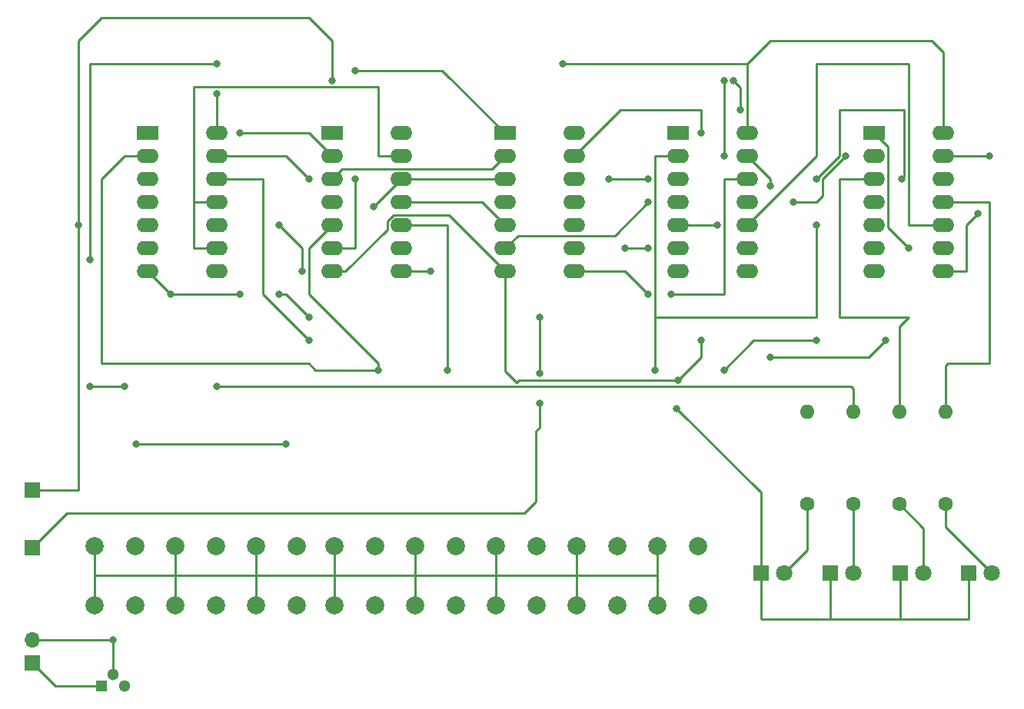
<source format=gbr>
%TF.GenerationSoftware,KiCad,Pcbnew,7.0.9*%
%TF.CreationDate,2023-12-29T15:51:12+11:00*%
%TF.ProjectId,cpu,6370752e-6b69-4636-9164-5f7063625858,rev?*%
%TF.SameCoordinates,Original*%
%TF.FileFunction,Copper,L2,Bot*%
%TF.FilePolarity,Positive*%
%FSLAX46Y46*%
G04 Gerber Fmt 4.6, Leading zero omitted, Abs format (unit mm)*
G04 Created by KiCad (PCBNEW 7.0.9) date 2023-12-29 15:51:12*
%MOMM*%
%LPD*%
G01*
G04 APERTURE LIST*
%TA.AperFunction,ComponentPad*%
%ADD10C,1.600000*%
%TD*%
%TA.AperFunction,ComponentPad*%
%ADD11O,1.600000X1.600000*%
%TD*%
%TA.AperFunction,ComponentPad*%
%ADD12C,2.000000*%
%TD*%
%TA.AperFunction,ComponentPad*%
%ADD13R,1.800000X1.800000*%
%TD*%
%TA.AperFunction,ComponentPad*%
%ADD14C,1.800000*%
%TD*%
%TA.AperFunction,ComponentPad*%
%ADD15R,2.400000X1.600000*%
%TD*%
%TA.AperFunction,ComponentPad*%
%ADD16O,2.400000X1.600000*%
%TD*%
%TA.AperFunction,ComponentPad*%
%ADD17R,1.700000X1.700000*%
%TD*%
%TA.AperFunction,ComponentPad*%
%ADD18O,1.700000X1.700000*%
%TD*%
%TA.AperFunction,ComponentPad*%
%ADD19R,1.300000X1.300000*%
%TD*%
%TA.AperFunction,ComponentPad*%
%ADD20C,1.300000*%
%TD*%
%TA.AperFunction,ViaPad*%
%ADD21C,0.800000*%
%TD*%
%TA.AperFunction,Conductor*%
%ADD22C,0.250000*%
%TD*%
G04 APERTURE END LIST*
D10*
%TO.P,R3,1*%
%TO.N,Net-(D3-A)*%
X166624000Y-132334000D03*
D11*
%TO.P,R3,2*%
%TO.N,Net-(R3-Pad2)*%
X166624000Y-122174000D03*
%TD*%
D12*
%TO.P,SW8,2,B*%
%TO.N,Net-(SW8-B)*%
X144454000Y-143458000D03*
X144454000Y-136958000D03*
%TO.P,SW8,1,A*%
%TO.N,Net-(SW1-A)*%
X139954000Y-143458000D03*
X139954000Y-136958000D03*
%TD*%
%TO.P,SW7,2,B*%
%TO.N,Net-(SW7-B)*%
X135564000Y-143458000D03*
X135564000Y-136958000D03*
%TO.P,SW7,1,A*%
%TO.N,Net-(SW1-A)*%
X131064000Y-143458000D03*
X131064000Y-136958000D03*
%TD*%
%TO.P,SW6,1,A*%
%TO.N,Net-(SW1-A)*%
X122174000Y-136958000D03*
X122174000Y-143458000D03*
%TO.P,SW6,2,B*%
%TO.N,Net-(SW6-B)*%
X126674000Y-136958000D03*
X126674000Y-143458000D03*
%TD*%
%TO.P,SW5,2,B*%
%TO.N,Net-(SW5-B)*%
X117784000Y-143458000D03*
X117784000Y-136958000D03*
%TO.P,SW5,1,A*%
%TO.N,Net-(SW1-A)*%
X113284000Y-143458000D03*
X113284000Y-136958000D03*
%TD*%
%TO.P,SW4,1,A*%
%TO.N,Net-(SW1-A)*%
X104394000Y-136958000D03*
X104394000Y-143458000D03*
%TO.P,SW4,2,B*%
%TO.N,Net-(SW4-B)*%
X108894000Y-136958000D03*
X108894000Y-143458000D03*
%TD*%
%TO.P,SW3,1,A*%
%TO.N,Net-(SW1-A)*%
X95794000Y-136958000D03*
X95794000Y-143458000D03*
%TO.P,SW3,2,B*%
%TO.N,Net-(SW3-B)*%
X100294000Y-136958000D03*
X100294000Y-143458000D03*
%TD*%
%TO.P,SW2,1,A*%
%TO.N,Net-(SW1-A)*%
X86904000Y-136958000D03*
X86904000Y-143458000D03*
%TO.P,SW2,2,B*%
%TO.N,Net-(SW2-B)*%
X91404000Y-136958000D03*
X91404000Y-143458000D03*
%TD*%
%TO.P,SW1,1,A*%
%TO.N,Net-(SW1-A)*%
X78014000Y-136958000D03*
X78014000Y-143458000D03*
%TO.P,SW1,2,B*%
%TO.N,Net-(SW1-B)*%
X82514000Y-136958000D03*
X82514000Y-143458000D03*
%TD*%
D13*
%TO.P,D2,1,K*%
%TO.N,Net-(BT1--)*%
X159004000Y-139954000D03*
D14*
%TO.P,D2,2,A*%
%TO.N,Net-(D2-A)*%
X161544000Y-139954000D03*
%TD*%
D15*
%TO.P,U4,1*%
%TO.N,Net-(SW3-B)*%
X142240000Y-91440000D03*
D16*
%TO.P,U4,2*%
%TO.N,Net-(SW7-B)*%
X142240000Y-93980000D03*
%TO.P,U4,3*%
%TO.N,Net-(U3-Pad9)*%
X142240000Y-96520000D03*
%TO.P,U4,4*%
%TO.N,Net-(U3-Pad6)*%
X142240000Y-99060000D03*
%TO.P,U4,5*%
%TO.N,Net-(U4-Pad5)*%
X142240000Y-101600000D03*
%TO.P,U4,6*%
%TO.N,Net-(U3-Pad10)*%
X142240000Y-104140000D03*
%TO.P,U4,7,GND*%
%TO.N,Net-(BT1--)*%
X142240000Y-106680000D03*
%TO.P,U4,8*%
%TO.N,Net-(U3-Pad12)*%
X149860000Y-106680000D03*
%TO.P,U4,9*%
%TO.N,Net-(SW4-B)*%
X149860000Y-104140000D03*
%TO.P,U4,10*%
%TO.N,Net-(SW8-B)*%
X149860000Y-101600000D03*
%TO.P,U4,11*%
%TO.N,Net-(U3-Pad13)*%
X149860000Y-99060000D03*
%TO.P,U4,12*%
%TO.N,Net-(U3-Pad8)*%
X149860000Y-96520000D03*
%TO.P,U4,13*%
%TO.N,Net-(U4-Pad13)*%
X149860000Y-93980000D03*
%TO.P,U4,14,VCC*%
%TO.N,Net-(SW1-A)*%
X149860000Y-91440000D03*
%TD*%
D17*
%TO.P,J2,1,Pin_1*%
%TO.N,Net-(J2-Pin_1)*%
X71120000Y-137160000D03*
%TD*%
D15*
%TO.P,U5,1*%
%TO.N,Net-(U3-Pad6)*%
X163840000Y-91435000D03*
D16*
%TO.P,U5,2*%
%TO.N,Net-(U4-Pad5)*%
X163840000Y-93975000D03*
%TO.P,U5,3*%
%TO.N,Net-(R3-Pad2)*%
X163840000Y-96515000D03*
%TO.P,U5,4*%
%TO.N,Net-(SW3-B)*%
X163840000Y-99055000D03*
%TO.P,U5,5*%
%TO.N,Net-(SW7-B)*%
X163840000Y-101595000D03*
%TO.P,U5,6*%
%TO.N,Net-(U4-Pad5)*%
X163840000Y-104135000D03*
%TO.P,U5,7,GND*%
%TO.N,Net-(BT1--)*%
X163840000Y-106675000D03*
%TO.P,U5,8*%
%TO.N,Net-(U4-Pad13)*%
X171460000Y-106675000D03*
%TO.P,U5,9*%
%TO.N,Net-(SW4-B)*%
X171460000Y-104135000D03*
%TO.P,U5,10*%
%TO.N,Net-(SW8-B)*%
X171460000Y-101595000D03*
%TO.P,U5,11*%
%TO.N,Net-(R4-Pad2)*%
X171460000Y-99055000D03*
%TO.P,U5,12*%
%TO.N,Net-(U3-Pad8)*%
X171460000Y-96515000D03*
%TO.P,U5,13*%
%TO.N,Net-(U4-Pad13)*%
X171460000Y-93975000D03*
%TO.P,U5,14,VCC*%
%TO.N,Net-(SW1-A)*%
X171460000Y-91435000D03*
%TD*%
D13*
%TO.P,D1,1,K*%
%TO.N,Net-(BT1--)*%
X151384000Y-139954000D03*
D14*
%TO.P,D1,2,A*%
%TO.N,Net-(D1-A)*%
X153924000Y-139954000D03*
%TD*%
D17*
%TO.P,BT1,1,+*%
%TO.N,Net-(BT1-+)*%
X71120000Y-149860000D03*
D18*
%TO.P,BT1,2,-*%
%TO.N,Net-(BT1--)*%
X71120000Y-147320000D03*
%TD*%
D10*
%TO.P,R1,1*%
%TO.N,Net-(D1-A)*%
X156464000Y-132334000D03*
D11*
%TO.P,R1,2*%
%TO.N,Net-(R1-Pad2)*%
X156464000Y-122174000D03*
%TD*%
D19*
%TO.P,U6,1,IN*%
%TO.N,Net-(BT1-+)*%
X78740000Y-152400000D03*
D20*
%TO.P,U6,2,GND*%
%TO.N,Net-(BT1--)*%
X80010000Y-151130000D03*
%TO.P,U6,3,OUT*%
%TO.N,Net-(SW1-A)*%
X81280000Y-152400000D03*
%TD*%
D17*
%TO.P,J1,1,Pin_1*%
%TO.N,Net-(J1-Pin_1)*%
X71120000Y-130810000D03*
%TD*%
D15*
%TO.P,U1,1*%
%TO.N,Net-(SW1-B)*%
X83820000Y-91440000D03*
D16*
%TO.P,U1,2*%
%TO.N,Net-(SW5-B)*%
X83820000Y-93980000D03*
%TO.P,U1,3*%
%TO.N,Net-(U1-Pad3)*%
X83820000Y-96520000D03*
%TO.P,U1,4*%
X83820000Y-99060000D03*
%TO.P,U1,5*%
%TO.N,Net-(J1-Pin_1)*%
X83820000Y-101600000D03*
%TO.P,U1,6*%
%TO.N,Net-(R1-Pad2)*%
X83820000Y-104140000D03*
%TO.P,U1,7,GND*%
%TO.N,Net-(BT1--)*%
X83820000Y-106680000D03*
%TO.P,U1,8*%
%TO.N,Net-(R2-Pad2)*%
X91440000Y-106680000D03*
%TO.P,U1,9*%
%TO.N,Net-(U1-Pad11)*%
X91440000Y-104140000D03*
%TO.P,U1,10*%
%TO.N,Net-(U1-Pad10)*%
X91440000Y-101600000D03*
%TO.P,U1,11*%
%TO.N,Net-(U1-Pad11)*%
X91440000Y-99060000D03*
%TO.P,U1,12*%
%TO.N,Net-(SW2-B)*%
X91440000Y-96520000D03*
%TO.P,U1,13*%
%TO.N,Net-(SW6-B)*%
X91440000Y-93980000D03*
%TO.P,U1,14,VCC*%
%TO.N,Net-(SW1-A)*%
X91440000Y-91440000D03*
%TD*%
D13*
%TO.P,D4,1,K*%
%TO.N,Net-(BT1--)*%
X174244000Y-139954000D03*
D14*
%TO.P,D4,2,A*%
%TO.N,Net-(D4-A)*%
X176784000Y-139954000D03*
%TD*%
D15*
%TO.P,U2,1*%
%TO.N,Net-(J1-Pin_1)*%
X104140000Y-91440000D03*
D16*
%TO.P,U2,2*%
%TO.N,Net-(U1-Pad3)*%
X104140000Y-93980000D03*
%TO.P,U2,3*%
%TO.N,Net-(U2-Pad3)*%
X104140000Y-96520000D03*
%TO.P,U2,4*%
%TO.N,Net-(SW1-B)*%
X104140000Y-99060000D03*
%TO.P,U2,5*%
%TO.N,Net-(SW5-B)*%
X104140000Y-101600000D03*
%TO.P,U2,6*%
%TO.N,Net-(U2-Pad6)*%
X104140000Y-104140000D03*
%TO.P,U2,7,GND*%
%TO.N,Net-(BT1--)*%
X104140000Y-106680000D03*
%TO.P,U2,8*%
%TO.N,Net-(U2-Pad8)*%
X111760000Y-106680000D03*
%TO.P,U2,9*%
%TO.N,Net-(SW2-B)*%
X111760000Y-104140000D03*
%TO.P,U2,10*%
%TO.N,Net-(SW6-B)*%
X111760000Y-101600000D03*
%TO.P,U2,11*%
%TO.N,Net-(U2-Pad11)*%
X111760000Y-99060000D03*
%TO.P,U2,12*%
%TO.N,Net-(U1-Pad10)*%
X111760000Y-96520000D03*
%TO.P,U2,13*%
%TO.N,Net-(U1-Pad11)*%
X111760000Y-93980000D03*
%TO.P,U2,14,VCC*%
%TO.N,Net-(SW1-A)*%
X111760000Y-91440000D03*
%TD*%
D15*
%TO.P,U3,1*%
%TO.N,Net-(U2-Pad6)*%
X123200000Y-91435000D03*
D16*
%TO.P,U3,2*%
%TO.N,Net-(U2-Pad3)*%
X123200000Y-93975000D03*
%TO.P,U3,3*%
%TO.N,Net-(U1-Pad10)*%
X123200000Y-96515000D03*
%TO.P,U3,4*%
%TO.N,Net-(U2-Pad8)*%
X123200000Y-99055000D03*
%TO.P,U3,5*%
%TO.N,Net-(U2-Pad11)*%
X123200000Y-101595000D03*
%TO.P,U3,6*%
%TO.N,Net-(U3-Pad6)*%
X123200000Y-104135000D03*
%TO.P,U3,7,GND*%
%TO.N,Net-(BT1--)*%
X123200000Y-106675000D03*
%TO.P,U3,8*%
%TO.N,Net-(U3-Pad8)*%
X130820000Y-106675000D03*
%TO.P,U3,9*%
%TO.N,Net-(U3-Pad9)*%
X130820000Y-104135000D03*
%TO.P,U3,10*%
%TO.N,Net-(U3-Pad10)*%
X130820000Y-101595000D03*
%TO.P,U3,11*%
%TO.N,Net-(J2-Pin_1)*%
X130820000Y-99055000D03*
%TO.P,U3,12*%
%TO.N,Net-(U3-Pad12)*%
X130820000Y-96515000D03*
%TO.P,U3,13*%
%TO.N,Net-(U3-Pad13)*%
X130820000Y-93975000D03*
%TO.P,U3,14,VCC*%
%TO.N,Net-(SW1-A)*%
X130820000Y-91435000D03*
%TD*%
D10*
%TO.P,R4,1*%
%TO.N,Net-(D4-A)*%
X171704000Y-132334000D03*
D11*
%TO.P,R4,2*%
%TO.N,Net-(R4-Pad2)*%
X171704000Y-122174000D03*
%TD*%
D13*
%TO.P,D3,1,K*%
%TO.N,Net-(BT1--)*%
X166744000Y-139954000D03*
D14*
%TO.P,D3,2,A*%
%TO.N,Net-(D3-A)*%
X169284000Y-139954000D03*
%TD*%
D10*
%TO.P,R2,1*%
%TO.N,Net-(D2-A)*%
X161544000Y-132334000D03*
D11*
%TO.P,R2,2*%
%TO.N,Net-(R2-Pad2)*%
X161544000Y-122174000D03*
%TD*%
D21*
%TO.N,Net-(U4-Pad13)*%
X176530000Y-93980000D03*
X175260000Y-100330000D03*
%TO.N,Net-(BT1--)*%
X80010000Y-147320000D03*
%TO.N,Net-(SW1-B)*%
X82550000Y-125730000D03*
X99060000Y-125730000D03*
%TO.N,Net-(SW1-A)*%
X77470000Y-119380000D03*
X91440000Y-83820000D03*
X77470000Y-105410000D03*
X81280000Y-119380000D03*
%TO.N,Net-(BT1--)*%
X86360000Y-109220000D03*
X142089951Y-121769951D03*
X142240000Y-118655500D03*
X101600000Y-111760000D03*
X93980000Y-109220000D03*
X144780000Y-114300000D03*
X98335500Y-109220000D03*
%TO.N,Net-(J1-Pin_1)*%
X76200000Y-101600000D03*
X104140000Y-85635500D03*
%TO.N,Net-(R2-Pad2)*%
X91440000Y-119380000D03*
%TO.N,Net-(SW1-A)*%
X129540000Y-83820000D03*
X91440000Y-87084500D03*
%TO.N,Net-(U1-Pad3)*%
X93980000Y-91440000D03*
%TO.N,Net-(U1-Pad10)*%
X108707700Y-99572300D03*
X98335500Y-101600000D03*
X100875500Y-106680000D03*
%TO.N,Net-(U2-Pad6)*%
X106680000Y-84544500D03*
X106680000Y-96520000D03*
%TO.N,Net-(U2-Pad8)*%
X115024500Y-106680000D03*
%TO.N,Net-(U3-Pad6)*%
X138975500Y-99060000D03*
X167640000Y-104140000D03*
X165100000Y-114300000D03*
X152400000Y-116115500D03*
%TO.N,Net-(U3-Pad8)*%
X166915500Y-96520000D03*
X138975500Y-109220000D03*
X157480000Y-96520000D03*
X141515500Y-109220000D03*
%TO.N,Net-(U3-Pad9)*%
X134620000Y-96520000D03*
X138975500Y-96520000D03*
%TO.N,Net-(U3-Pad10)*%
X136435500Y-104140000D03*
X138975500Y-104140000D03*
%TO.N,Net-(U3-Pad12)*%
X147320000Y-93980000D03*
X147320000Y-85635500D03*
%TO.N,Net-(U3-Pad13)*%
X144780000Y-91440000D03*
%TO.N,Net-(U4-Pad5)*%
X146595500Y-101600000D03*
X148319502Y-85634811D03*
X149135500Y-88900000D03*
%TO.N,Net-(U4-Pad13)*%
X152400000Y-97244500D03*
X154940000Y-99060000D03*
X160744500Y-93980000D03*
%TO.N,Net-(J2-Pin_1)*%
X127000000Y-117931000D03*
X127000000Y-121195500D03*
X127000000Y-111760000D03*
%TO.N,Net-(SW8-B)*%
X147320000Y-117564500D03*
X157480000Y-114300000D03*
%TO.N,Net-(SW7-B)*%
X157480000Y-101600000D03*
X139700000Y-117564500D03*
%TO.N,Net-(SW6-B)*%
X101600000Y-96520000D03*
X116840000Y-117564500D03*
%TO.N,Net-(SW5-B)*%
X109220000Y-117564500D03*
%TO.N,Net-(SW2-B)*%
X101600000Y-114300000D03*
%TD*%
D22*
%TO.N,Net-(U4-Pad13)*%
X173985000Y-106675000D02*
X173990000Y-106680000D01*
X171460000Y-106675000D02*
X173985000Y-106675000D01*
X173990000Y-106680000D02*
X173990000Y-101600000D01*
X173990000Y-101600000D02*
X175260000Y-100330000D01*
X176530000Y-93980000D02*
X176525000Y-93975000D01*
X176525000Y-93975000D02*
X171460000Y-93975000D01*
%TO.N,Net-(BT1--)*%
X80010000Y-151130000D02*
X80010000Y-147320000D01*
X71120000Y-147320000D02*
X80010000Y-147320000D01*
%TO.N,Net-(BT1-+)*%
X78740000Y-152400000D02*
X73660000Y-152400000D01*
X73660000Y-152400000D02*
X71120000Y-149860000D01*
%TO.N,Net-(R4-Pad2)*%
X176530000Y-99060000D02*
X176530000Y-116840000D01*
X171460000Y-99055000D02*
X176525000Y-99055000D01*
X171958000Y-116840000D02*
X171704000Y-117094000D01*
X176525000Y-99055000D02*
X176530000Y-99060000D01*
X176530000Y-116840000D02*
X171958000Y-116840000D01*
%TO.N,Net-(SW1-B)*%
X82550000Y-125730000D02*
X99060000Y-125730000D01*
%TO.N,Net-(SW1-A)*%
X77470000Y-83820000D02*
X91440000Y-83820000D01*
X77470000Y-105410000D02*
X77470000Y-83820000D01*
X81280000Y-119380000D02*
X77470000Y-119380000D01*
%TO.N,Net-(R3-Pad2)*%
X166624000Y-122174000D02*
X166624000Y-112776000D01*
X166624000Y-112776000D02*
X167640000Y-111760000D01*
%TO.N,Net-(R2-Pad2)*%
X161544000Y-119634000D02*
X161290000Y-119380000D01*
X161544000Y-122174000D02*
X161544000Y-119634000D01*
X161290000Y-119380000D02*
X91440000Y-119380000D01*
%TO.N,Net-(BT1--)*%
X151384000Y-139954000D02*
X151384000Y-131064000D01*
X151384000Y-131064000D02*
X142089951Y-121769951D01*
%TO.N,Net-(J2-Pin_1)*%
X126638000Y-124243500D02*
X127000000Y-123881500D01*
X127000000Y-123881500D02*
X127000000Y-121195500D01*
X71120000Y-137160000D02*
X74930000Y-133350000D01*
X74930000Y-133350000D02*
X125368000Y-133350000D01*
X126638000Y-124243500D02*
X126638000Y-132080000D01*
X125368000Y-133350000D02*
X126638000Y-132080000D01*
%TO.N,Net-(J1-Pin_1)*%
X71120000Y-130810000D02*
X76200000Y-130810000D01*
X76200000Y-130810000D02*
X76200000Y-101600000D01*
%TO.N,Net-(SW1-A)*%
X95794000Y-143458000D02*
X95794000Y-136958000D01*
X113284000Y-143458000D02*
X113284000Y-136958000D01*
X122174000Y-143458000D02*
X122174000Y-136958000D01*
X131064000Y-143458000D02*
X131064000Y-136958000D01*
X104394000Y-143458000D02*
X104394000Y-136958000D01*
X139954000Y-140208000D02*
X139954000Y-136958000D01*
X139954000Y-143458000D02*
X139954000Y-140208000D01*
X78014000Y-140208000D02*
X78014000Y-143458000D01*
X78014000Y-136958000D02*
X78014000Y-140208000D01*
X78014000Y-140208000D02*
X139954000Y-140208000D01*
X86904000Y-143458000D02*
X86904000Y-136958000D01*
%TO.N,Net-(BT1--)*%
X99060000Y-109220000D02*
X101600000Y-111760000D01*
X110235000Y-102065990D02*
X110235000Y-101134010D01*
X144780000Y-116115500D02*
X142240000Y-118655500D01*
X117000000Y-100475000D02*
X123200000Y-106675000D01*
X86360000Y-109220000D02*
X93980000Y-109220000D01*
X166744000Y-139954000D02*
X166744000Y-144914000D01*
X110894010Y-100475000D02*
X117000000Y-100475000D01*
X144780000Y-114300000D02*
X144780000Y-116115500D01*
X166624000Y-145034000D02*
X174244000Y-145034000D01*
X124734500Y-118655500D02*
X142240000Y-118655500D01*
X105620990Y-106680000D02*
X110235000Y-102065990D01*
X110235000Y-101134010D02*
X110894010Y-100475000D01*
X124460000Y-118930000D02*
X124734500Y-118655500D01*
X83820000Y-106680000D02*
X86360000Y-109220000D01*
X123200000Y-106675000D02*
X123200000Y-117670000D01*
X151384000Y-145034000D02*
X166624000Y-145034000D01*
X151384000Y-145034000D02*
X151384000Y-139954000D01*
X98335500Y-109220000D02*
X99060000Y-109220000D01*
X166744000Y-144914000D02*
X166624000Y-145034000D01*
X174244000Y-145034000D02*
X174244000Y-139954000D01*
X159004000Y-139954000D02*
X159004000Y-145034000D01*
X123200000Y-117670000D02*
X124460000Y-118930000D01*
X104140000Y-106680000D02*
X105620990Y-106680000D01*
%TO.N,Net-(D1-A)*%
X153924000Y-139954000D02*
X156464000Y-137414000D01*
X156464000Y-137414000D02*
X156464000Y-132334000D01*
%TO.N,Net-(D2-A)*%
X161544000Y-139954000D02*
X161544000Y-132334000D01*
%TO.N,Net-(D3-A)*%
X169284000Y-139954000D02*
X169284000Y-134994000D01*
X169284000Y-134994000D02*
X166624000Y-132334000D01*
%TO.N,Net-(D4-A)*%
X176784000Y-139954000D02*
X171704000Y-134874000D01*
X171704000Y-134874000D02*
X171704000Y-132334000D01*
%TO.N,Net-(J1-Pin_1)*%
X76200000Y-101600000D02*
X76200000Y-81280000D01*
X76200000Y-81280000D02*
X78740000Y-78740000D01*
X101600000Y-78740000D02*
X104140000Y-81280000D01*
X78740000Y-78740000D02*
X101600000Y-78740000D01*
X104140000Y-81280000D02*
X104140000Y-85635500D01*
%TO.N,Net-(R3-Pad2)*%
X160020000Y-111760000D02*
X160020000Y-96520000D01*
X167640000Y-111760000D02*
X160020000Y-111760000D01*
X160025000Y-96515000D02*
X163840000Y-96515000D01*
X160020000Y-96520000D02*
X160025000Y-96515000D01*
%TO.N,Net-(R4-Pad2)*%
X171704000Y-122174000D02*
X171704000Y-117094000D01*
%TO.N,Net-(SW1-A)*%
X91440000Y-91440000D02*
X91440000Y-87084500D01*
X171460000Y-82560000D02*
X170180000Y-81280000D01*
X170180000Y-81280000D02*
X152400000Y-81280000D01*
X149860000Y-91440000D02*
X149860000Y-83820000D01*
X149860000Y-83820000D02*
X129540000Y-83820000D01*
X171460000Y-91435000D02*
X171460000Y-82560000D01*
X152400000Y-81280000D02*
X149860000Y-83820000D01*
%TO.N,Net-(U1-Pad3)*%
X101600000Y-91440000D02*
X104140000Y-93980000D01*
X93980000Y-91440000D02*
X101600000Y-91440000D01*
%TO.N,Net-(U1-Pad11)*%
X88900000Y-99060000D02*
X88900000Y-104140000D01*
X88900000Y-86360000D02*
X109220000Y-86360000D01*
X109220000Y-93980000D02*
X111760000Y-93980000D01*
X88900000Y-104140000D02*
X91440000Y-104140000D01*
X91440000Y-99060000D02*
X88900000Y-99060000D01*
X88900000Y-99060000D02*
X88900000Y-86360000D01*
X109220000Y-86360000D02*
X109220000Y-93980000D01*
%TO.N,Net-(U1-Pad10)*%
X111760000Y-96520000D02*
X108707700Y-99572300D01*
X123195000Y-96520000D02*
X123200000Y-96515000D01*
X100875500Y-104140000D02*
X100875500Y-106680000D01*
X111760000Y-96520000D02*
X123195000Y-96520000D01*
X98335500Y-101600000D02*
X100875500Y-104140000D01*
%TO.N,Net-(U2-Pad3)*%
X104140000Y-96520000D02*
X105265000Y-95395000D01*
X121780000Y-95395000D02*
X123200000Y-93975000D01*
X105265000Y-95395000D02*
X121780000Y-95395000D01*
%TO.N,Net-(U2-Pad6)*%
X116309500Y-84544500D02*
X123200000Y-91435000D01*
X106680000Y-104140000D02*
X106680000Y-96520000D01*
X106680000Y-84544500D02*
X116309500Y-84544500D01*
X104140000Y-104140000D02*
X106680000Y-104140000D01*
%TO.N,Net-(U2-Pad8)*%
X115024500Y-106680000D02*
X111760000Y-106680000D01*
%TO.N,Net-(U2-Pad11)*%
X120665000Y-99060000D02*
X111760000Y-99060000D01*
X123200000Y-101595000D02*
X120665000Y-99060000D01*
%TO.N,Net-(U3-Pad6)*%
X123200000Y-104135000D02*
X124615000Y-102720000D01*
X165365000Y-101865000D02*
X165365000Y-92960000D01*
X167640000Y-104140000D02*
X165365000Y-101865000D01*
X152400000Y-116115500D02*
X163284500Y-116115500D01*
X165365000Y-92960000D02*
X163840000Y-91435000D01*
X124615000Y-102720000D02*
X135315500Y-102720000D01*
X163284500Y-116115500D02*
X165100000Y-114300000D01*
X135315500Y-102720000D02*
X138975500Y-99060000D01*
%TO.N,Net-(U3-Pad8)*%
X147320000Y-96520000D02*
X149860000Y-96520000D01*
X141515500Y-109220000D02*
X147320000Y-109220000D01*
X157480000Y-96520000D02*
X160020000Y-93980000D01*
X167190000Y-88900000D02*
X167190000Y-96245500D01*
X136430500Y-106675000D02*
X138975500Y-109220000D01*
X160020000Y-88900000D02*
X167190000Y-88900000D01*
X147320000Y-109220000D02*
X147320000Y-96520000D01*
X167190000Y-96245500D02*
X166915500Y-96520000D01*
X160020000Y-93980000D02*
X160020000Y-88900000D01*
X130820000Y-106675000D02*
X136430500Y-106675000D01*
%TO.N,Net-(U3-Pad9)*%
X134620000Y-96520000D02*
X138975500Y-96520000D01*
%TO.N,Net-(U3-Pad10)*%
X136435500Y-104140000D02*
X138975500Y-104140000D01*
%TO.N,Net-(U3-Pad12)*%
X147320000Y-85635500D02*
X147320000Y-93980000D01*
%TO.N,Net-(U3-Pad13)*%
X144780000Y-91440000D02*
X144780000Y-88900000D01*
X130820000Y-93975000D02*
X135895000Y-88900000D01*
X135895000Y-88900000D02*
X144780000Y-88900000D01*
%TO.N,Net-(U4-Pad5)*%
X146595500Y-101600000D02*
X142240000Y-101600000D01*
X148319502Y-85634811D02*
X149135500Y-86450809D01*
X149135500Y-86450809D02*
X149135500Y-88900000D01*
%TO.N,Net-(U4-Pad13)*%
X158205000Y-96519500D02*
X158205000Y-98335000D01*
X158205000Y-98335000D02*
X157480000Y-99060000D01*
X152400000Y-96520000D02*
X149860000Y-93980000D01*
X157480000Y-99060000D02*
X154940000Y-99060000D01*
X160744500Y-93980000D02*
X158205000Y-96519500D01*
X152400000Y-97244500D02*
X152400000Y-96520000D01*
%TO.N,Net-(J2-Pin_1)*%
X127000000Y-111760000D02*
X127000000Y-117931000D01*
%TO.N,Net-(SW8-B)*%
X157480000Y-93980000D02*
X157480000Y-83820000D01*
X167640000Y-101600000D02*
X167645000Y-101595000D01*
X157480000Y-83820000D02*
X167640000Y-83820000D01*
X150584500Y-114300000D02*
X157480000Y-114300000D01*
X167645000Y-101595000D02*
X171460000Y-101595000D01*
X147320000Y-117564500D02*
X150584500Y-114300000D01*
X149860000Y-101600000D02*
X157480000Y-93980000D01*
X167640000Y-83820000D02*
X167640000Y-101600000D01*
%TO.N,Net-(SW7-B)*%
X139700000Y-93980000D02*
X142240000Y-93980000D01*
X139700000Y-117564500D02*
X139700000Y-111760000D01*
X139700000Y-111760000D02*
X157480000Y-111760000D01*
X139700000Y-111760000D02*
X139700000Y-93980000D01*
X157480000Y-111760000D02*
X157480000Y-101600000D01*
%TO.N,Net-(SW6-B)*%
X99060000Y-93980000D02*
X91440000Y-93980000D01*
X116840000Y-101600000D02*
X111760000Y-101600000D01*
X101600000Y-96520000D02*
X99060000Y-93980000D01*
X116840000Y-117564500D02*
X116840000Y-101600000D01*
%TO.N,Net-(SW5-B)*%
X102324500Y-117564500D02*
X101600000Y-116840000D01*
X101600000Y-109220000D02*
X101600000Y-104140000D01*
X109220000Y-116840000D02*
X101600000Y-109220000D01*
X101600000Y-116840000D02*
X78740000Y-116840000D01*
X78740000Y-96520000D02*
X81280000Y-93980000D01*
X109220000Y-117564500D02*
X109220000Y-116840000D01*
X109220000Y-117564500D02*
X102324500Y-117564500D01*
X101600000Y-104140000D02*
X104140000Y-101600000D01*
X78740000Y-116840000D02*
X78740000Y-96520000D01*
X81280000Y-93980000D02*
X83820000Y-93980000D01*
%TO.N,Net-(SW2-B)*%
X101600000Y-114300000D02*
X96520000Y-109220000D01*
X96520000Y-109220000D02*
X96520000Y-96520000D01*
X96520000Y-96520000D02*
X91440000Y-96520000D01*
%TD*%
M02*

</source>
